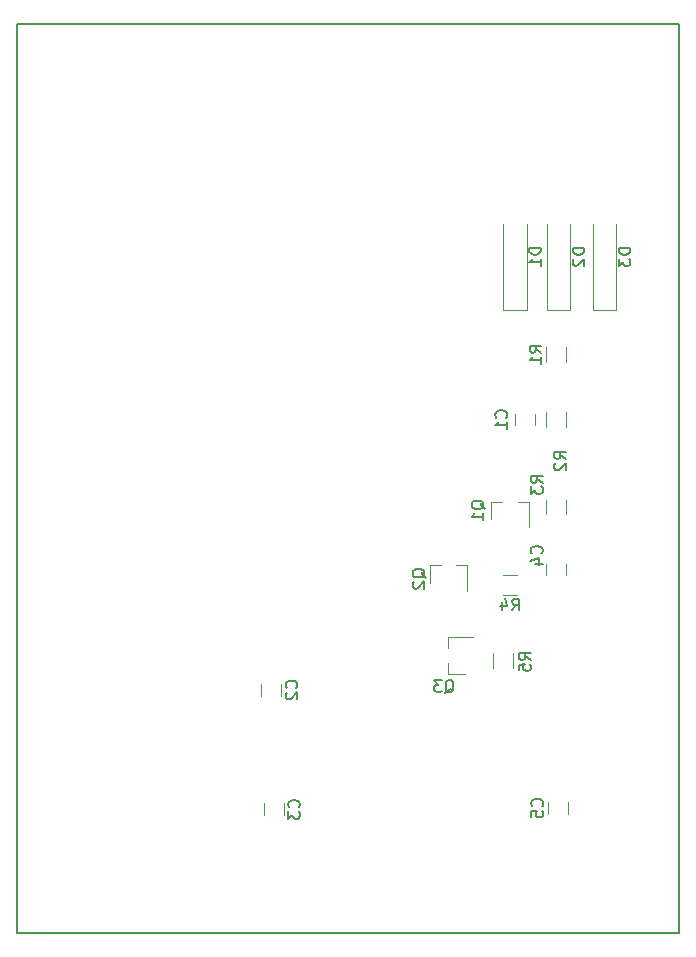
<source format=gbr>
%TF.GenerationSoftware,KiCad,Pcbnew,(5.1.9)-1*%
%TF.CreationDate,2021-12-22T12:25:31+01:00*%
%TF.ProjectId,led_unterm_bett,6c65645f-756e-4746-9572-6d5f62657474,v1r1*%
%TF.SameCoordinates,Original*%
%TF.FileFunction,Legend,Bot*%
%TF.FilePolarity,Positive*%
%FSLAX46Y46*%
G04 Gerber Fmt 4.6, Leading zero omitted, Abs format (unit mm)*
G04 Created by KiCad (PCBNEW (5.1.9)-1) date 2021-12-22 12:25:31*
%MOMM*%
%LPD*%
G01*
G04 APERTURE LIST*
%TA.AperFunction,Profile*%
%ADD10C,0.150000*%
%TD*%
%ADD11C,0.120000*%
%ADD12C,0.150000*%
G04 APERTURE END LIST*
D10*
X173000000Y-136000000D02*
X117000000Y-136000000D01*
X173000000Y-59000000D02*
X173000000Y-136000000D01*
X117000000Y-59000000D02*
X173000000Y-59000000D01*
X117000000Y-136000000D02*
X117000000Y-59000000D01*
D11*
%TO.C,D3*%
X165700000Y-83250000D02*
X165700000Y-75950000D01*
X167700000Y-83250000D02*
X165700000Y-83250000D01*
X167700000Y-75950000D02*
X167700000Y-83250000D01*
%TO.C,D2*%
X161800000Y-83250000D02*
X161800000Y-75950000D01*
X163800000Y-83250000D02*
X161800000Y-83250000D01*
X163800000Y-75950000D02*
X163800000Y-83250000D01*
%TO.C,D1*%
X158100000Y-83250000D02*
X158100000Y-75950000D01*
X160100000Y-83250000D02*
X158100000Y-83250000D01*
X160100000Y-75950000D02*
X160100000Y-83250000D01*
%TO.C,C1*%
X159150000Y-93000000D02*
X159150000Y-92000000D01*
X160850000Y-92000000D02*
X160850000Y-93000000D01*
%TO.C,C2*%
X137650000Y-115900000D02*
X137650000Y-114900000D01*
X139350000Y-114900000D02*
X139350000Y-115900000D01*
%TO.C,C3*%
X137850000Y-126000000D02*
X137850000Y-125000000D01*
X139550000Y-125000000D02*
X139550000Y-126000000D01*
%TO.C,C4*%
X161750000Y-105700000D02*
X161750000Y-104700000D01*
X163450000Y-104700000D02*
X163450000Y-105700000D01*
%TO.C,C5*%
X163650000Y-124900000D02*
X163650000Y-125900000D01*
X161950000Y-125900000D02*
X161950000Y-124900000D01*
%TO.C,Q1*%
X157120000Y-99440000D02*
X157120000Y-100900000D01*
X160280000Y-99440000D02*
X160280000Y-101600000D01*
X160280000Y-99440000D02*
X159350000Y-99440000D01*
X157120000Y-99440000D02*
X158050000Y-99440000D01*
%TO.C,Q2*%
X151920000Y-104840000D02*
X151920000Y-106300000D01*
X155080000Y-104840000D02*
X155080000Y-107000000D01*
X155080000Y-104840000D02*
X154150000Y-104840000D01*
X151920000Y-104840000D02*
X152850000Y-104840000D01*
%TO.C,Q3*%
X153440000Y-114080000D02*
X154900000Y-114080000D01*
X153440000Y-110920000D02*
X155600000Y-110920000D01*
X153440000Y-110920000D02*
X153440000Y-111850000D01*
X153440000Y-114080000D02*
X153440000Y-113150000D01*
%TO.C,R1*%
X161720000Y-86400000D02*
X161720000Y-87600000D01*
X163480000Y-87600000D02*
X163480000Y-86400000D01*
%TO.C,R2*%
X161720000Y-91900000D02*
X161720000Y-93100000D01*
X163480000Y-93100000D02*
X163480000Y-91900000D01*
%TO.C,R3*%
X163480000Y-100500000D02*
X163480000Y-99300000D01*
X161720000Y-99300000D02*
X161720000Y-100500000D01*
%TO.C,R4*%
X158100000Y-107380000D02*
X159300000Y-107380000D01*
X159300000Y-105620000D02*
X158100000Y-105620000D01*
%TO.C,R5*%
X157220000Y-112300000D02*
X157220000Y-113500000D01*
X158980000Y-113500000D02*
X158980000Y-112300000D01*
%TD*%
%TO.C,D3*%
D12*
X168902380Y-77961904D02*
X167902380Y-77961904D01*
X167902380Y-78200000D01*
X167950000Y-78342857D01*
X168045238Y-78438095D01*
X168140476Y-78485714D01*
X168330952Y-78533333D01*
X168473809Y-78533333D01*
X168664285Y-78485714D01*
X168759523Y-78438095D01*
X168854761Y-78342857D01*
X168902380Y-78200000D01*
X168902380Y-77961904D01*
X167902380Y-78866666D02*
X167902380Y-79485714D01*
X168283333Y-79152380D01*
X168283333Y-79295238D01*
X168330952Y-79390476D01*
X168378571Y-79438095D01*
X168473809Y-79485714D01*
X168711904Y-79485714D01*
X168807142Y-79438095D01*
X168854761Y-79390476D01*
X168902380Y-79295238D01*
X168902380Y-79009523D01*
X168854761Y-78914285D01*
X168807142Y-78866666D01*
%TO.C,D2*%
X165002380Y-77961904D02*
X164002380Y-77961904D01*
X164002380Y-78200000D01*
X164050000Y-78342857D01*
X164145238Y-78438095D01*
X164240476Y-78485714D01*
X164430952Y-78533333D01*
X164573809Y-78533333D01*
X164764285Y-78485714D01*
X164859523Y-78438095D01*
X164954761Y-78342857D01*
X165002380Y-78200000D01*
X165002380Y-77961904D01*
X164097619Y-78914285D02*
X164050000Y-78961904D01*
X164002380Y-79057142D01*
X164002380Y-79295238D01*
X164050000Y-79390476D01*
X164097619Y-79438095D01*
X164192857Y-79485714D01*
X164288095Y-79485714D01*
X164430952Y-79438095D01*
X165002380Y-78866666D01*
X165002380Y-79485714D01*
%TO.C,D1*%
X161302380Y-77961904D02*
X160302380Y-77961904D01*
X160302380Y-78200000D01*
X160350000Y-78342857D01*
X160445238Y-78438095D01*
X160540476Y-78485714D01*
X160730952Y-78533333D01*
X160873809Y-78533333D01*
X161064285Y-78485714D01*
X161159523Y-78438095D01*
X161254761Y-78342857D01*
X161302380Y-78200000D01*
X161302380Y-77961904D01*
X161302380Y-79485714D02*
X161302380Y-78914285D01*
X161302380Y-79200000D02*
X160302380Y-79200000D01*
X160445238Y-79104761D01*
X160540476Y-79009523D01*
X160588095Y-78914285D01*
%TO.C,C1*%
X158357142Y-92333333D02*
X158404761Y-92285714D01*
X158452380Y-92142857D01*
X158452380Y-92047619D01*
X158404761Y-91904761D01*
X158309523Y-91809523D01*
X158214285Y-91761904D01*
X158023809Y-91714285D01*
X157880952Y-91714285D01*
X157690476Y-91761904D01*
X157595238Y-91809523D01*
X157500000Y-91904761D01*
X157452380Y-92047619D01*
X157452380Y-92142857D01*
X157500000Y-92285714D01*
X157547619Y-92333333D01*
X158452380Y-93285714D02*
X158452380Y-92714285D01*
X158452380Y-93000000D02*
X157452380Y-93000000D01*
X157595238Y-92904761D01*
X157690476Y-92809523D01*
X157738095Y-92714285D01*
%TO.C,C2*%
X140607142Y-115233333D02*
X140654761Y-115185714D01*
X140702380Y-115042857D01*
X140702380Y-114947619D01*
X140654761Y-114804761D01*
X140559523Y-114709523D01*
X140464285Y-114661904D01*
X140273809Y-114614285D01*
X140130952Y-114614285D01*
X139940476Y-114661904D01*
X139845238Y-114709523D01*
X139750000Y-114804761D01*
X139702380Y-114947619D01*
X139702380Y-115042857D01*
X139750000Y-115185714D01*
X139797619Y-115233333D01*
X139797619Y-115614285D02*
X139750000Y-115661904D01*
X139702380Y-115757142D01*
X139702380Y-115995238D01*
X139750000Y-116090476D01*
X139797619Y-116138095D01*
X139892857Y-116185714D01*
X139988095Y-116185714D01*
X140130952Y-116138095D01*
X140702380Y-115566666D01*
X140702380Y-116185714D01*
%TO.C,C3*%
X140807142Y-125333333D02*
X140854761Y-125285714D01*
X140902380Y-125142857D01*
X140902380Y-125047619D01*
X140854761Y-124904761D01*
X140759523Y-124809523D01*
X140664285Y-124761904D01*
X140473809Y-124714285D01*
X140330952Y-124714285D01*
X140140476Y-124761904D01*
X140045238Y-124809523D01*
X139950000Y-124904761D01*
X139902380Y-125047619D01*
X139902380Y-125142857D01*
X139950000Y-125285714D01*
X139997619Y-125333333D01*
X139902380Y-125666666D02*
X139902380Y-126285714D01*
X140283333Y-125952380D01*
X140283333Y-126095238D01*
X140330952Y-126190476D01*
X140378571Y-126238095D01*
X140473809Y-126285714D01*
X140711904Y-126285714D01*
X140807142Y-126238095D01*
X140854761Y-126190476D01*
X140902380Y-126095238D01*
X140902380Y-125809523D01*
X140854761Y-125714285D01*
X140807142Y-125666666D01*
%TO.C,C4*%
X161357142Y-103833333D02*
X161404761Y-103785714D01*
X161452380Y-103642857D01*
X161452380Y-103547619D01*
X161404761Y-103404761D01*
X161309523Y-103309523D01*
X161214285Y-103261904D01*
X161023809Y-103214285D01*
X160880952Y-103214285D01*
X160690476Y-103261904D01*
X160595238Y-103309523D01*
X160500000Y-103404761D01*
X160452380Y-103547619D01*
X160452380Y-103642857D01*
X160500000Y-103785714D01*
X160547619Y-103833333D01*
X160785714Y-104690476D02*
X161452380Y-104690476D01*
X160404761Y-104452380D02*
X161119047Y-104214285D01*
X161119047Y-104833333D01*
%TO.C,C5*%
X161407142Y-125233333D02*
X161454761Y-125185714D01*
X161502380Y-125042857D01*
X161502380Y-124947619D01*
X161454761Y-124804761D01*
X161359523Y-124709523D01*
X161264285Y-124661904D01*
X161073809Y-124614285D01*
X160930952Y-124614285D01*
X160740476Y-124661904D01*
X160645238Y-124709523D01*
X160550000Y-124804761D01*
X160502380Y-124947619D01*
X160502380Y-125042857D01*
X160550000Y-125185714D01*
X160597619Y-125233333D01*
X160502380Y-126138095D02*
X160502380Y-125661904D01*
X160978571Y-125614285D01*
X160930952Y-125661904D01*
X160883333Y-125757142D01*
X160883333Y-125995238D01*
X160930952Y-126090476D01*
X160978571Y-126138095D01*
X161073809Y-126185714D01*
X161311904Y-126185714D01*
X161407142Y-126138095D01*
X161454761Y-126090476D01*
X161502380Y-125995238D01*
X161502380Y-125757142D01*
X161454761Y-125661904D01*
X161407142Y-125614285D01*
%TO.C,Q1*%
X156547619Y-100104761D02*
X156500000Y-100009523D01*
X156404761Y-99914285D01*
X156261904Y-99771428D01*
X156214285Y-99676190D01*
X156214285Y-99580952D01*
X156452380Y-99628571D02*
X156404761Y-99533333D01*
X156309523Y-99438095D01*
X156119047Y-99390476D01*
X155785714Y-99390476D01*
X155595238Y-99438095D01*
X155500000Y-99533333D01*
X155452380Y-99628571D01*
X155452380Y-99819047D01*
X155500000Y-99914285D01*
X155595238Y-100009523D01*
X155785714Y-100057142D01*
X156119047Y-100057142D01*
X156309523Y-100009523D01*
X156404761Y-99914285D01*
X156452380Y-99819047D01*
X156452380Y-99628571D01*
X156452380Y-101009523D02*
X156452380Y-100438095D01*
X156452380Y-100723809D02*
X155452380Y-100723809D01*
X155595238Y-100628571D01*
X155690476Y-100533333D01*
X155738095Y-100438095D01*
%TO.C,Q2*%
X151547619Y-105904761D02*
X151500000Y-105809523D01*
X151404761Y-105714285D01*
X151261904Y-105571428D01*
X151214285Y-105476190D01*
X151214285Y-105380952D01*
X151452380Y-105428571D02*
X151404761Y-105333333D01*
X151309523Y-105238095D01*
X151119047Y-105190476D01*
X150785714Y-105190476D01*
X150595238Y-105238095D01*
X150500000Y-105333333D01*
X150452380Y-105428571D01*
X150452380Y-105619047D01*
X150500000Y-105714285D01*
X150595238Y-105809523D01*
X150785714Y-105857142D01*
X151119047Y-105857142D01*
X151309523Y-105809523D01*
X151404761Y-105714285D01*
X151452380Y-105619047D01*
X151452380Y-105428571D01*
X150547619Y-106238095D02*
X150500000Y-106285714D01*
X150452380Y-106380952D01*
X150452380Y-106619047D01*
X150500000Y-106714285D01*
X150547619Y-106761904D01*
X150642857Y-106809523D01*
X150738095Y-106809523D01*
X150880952Y-106761904D01*
X151452380Y-106190476D01*
X151452380Y-106809523D01*
%TO.C,Q3*%
X153195238Y-115647619D02*
X153290476Y-115600000D01*
X153385714Y-115504761D01*
X153528571Y-115361904D01*
X153623809Y-115314285D01*
X153719047Y-115314285D01*
X153671428Y-115552380D02*
X153766666Y-115504761D01*
X153861904Y-115409523D01*
X153909523Y-115219047D01*
X153909523Y-114885714D01*
X153861904Y-114695238D01*
X153766666Y-114600000D01*
X153671428Y-114552380D01*
X153480952Y-114552380D01*
X153385714Y-114600000D01*
X153290476Y-114695238D01*
X153242857Y-114885714D01*
X153242857Y-115219047D01*
X153290476Y-115409523D01*
X153385714Y-115504761D01*
X153480952Y-115552380D01*
X153671428Y-115552380D01*
X152909523Y-114552380D02*
X152290476Y-114552380D01*
X152623809Y-114933333D01*
X152480952Y-114933333D01*
X152385714Y-114980952D01*
X152338095Y-115028571D01*
X152290476Y-115123809D01*
X152290476Y-115361904D01*
X152338095Y-115457142D01*
X152385714Y-115504761D01*
X152480952Y-115552380D01*
X152766666Y-115552380D01*
X152861904Y-115504761D01*
X152909523Y-115457142D01*
%TO.C,R1*%
X161352380Y-86833333D02*
X160876190Y-86500000D01*
X161352380Y-86261904D02*
X160352380Y-86261904D01*
X160352380Y-86642857D01*
X160400000Y-86738095D01*
X160447619Y-86785714D01*
X160542857Y-86833333D01*
X160685714Y-86833333D01*
X160780952Y-86785714D01*
X160828571Y-86738095D01*
X160876190Y-86642857D01*
X160876190Y-86261904D01*
X161352380Y-87785714D02*
X161352380Y-87214285D01*
X161352380Y-87500000D02*
X160352380Y-87500000D01*
X160495238Y-87404761D01*
X160590476Y-87309523D01*
X160638095Y-87214285D01*
%TO.C,R2*%
X163452380Y-95833333D02*
X162976190Y-95500000D01*
X163452380Y-95261904D02*
X162452380Y-95261904D01*
X162452380Y-95642857D01*
X162500000Y-95738095D01*
X162547619Y-95785714D01*
X162642857Y-95833333D01*
X162785714Y-95833333D01*
X162880952Y-95785714D01*
X162928571Y-95738095D01*
X162976190Y-95642857D01*
X162976190Y-95261904D01*
X162547619Y-96214285D02*
X162500000Y-96261904D01*
X162452380Y-96357142D01*
X162452380Y-96595238D01*
X162500000Y-96690476D01*
X162547619Y-96738095D01*
X162642857Y-96785714D01*
X162738095Y-96785714D01*
X162880952Y-96738095D01*
X163452380Y-96166666D01*
X163452380Y-96785714D01*
%TO.C,R3*%
X161452380Y-97833333D02*
X160976190Y-97500000D01*
X161452380Y-97261904D02*
X160452380Y-97261904D01*
X160452380Y-97642857D01*
X160500000Y-97738095D01*
X160547619Y-97785714D01*
X160642857Y-97833333D01*
X160785714Y-97833333D01*
X160880952Y-97785714D01*
X160928571Y-97738095D01*
X160976190Y-97642857D01*
X160976190Y-97261904D01*
X160452380Y-98166666D02*
X160452380Y-98785714D01*
X160833333Y-98452380D01*
X160833333Y-98595238D01*
X160880952Y-98690476D01*
X160928571Y-98738095D01*
X161023809Y-98785714D01*
X161261904Y-98785714D01*
X161357142Y-98738095D01*
X161404761Y-98690476D01*
X161452380Y-98595238D01*
X161452380Y-98309523D01*
X161404761Y-98214285D01*
X161357142Y-98166666D01*
%TO.C,R4*%
X158866666Y-108652380D02*
X159200000Y-108176190D01*
X159438095Y-108652380D02*
X159438095Y-107652380D01*
X159057142Y-107652380D01*
X158961904Y-107700000D01*
X158914285Y-107747619D01*
X158866666Y-107842857D01*
X158866666Y-107985714D01*
X158914285Y-108080952D01*
X158961904Y-108128571D01*
X159057142Y-108176190D01*
X159438095Y-108176190D01*
X158009523Y-107985714D02*
X158009523Y-108652380D01*
X158247619Y-107604761D02*
X158485714Y-108319047D01*
X157866666Y-108319047D01*
%TO.C,R5*%
X160452380Y-112833333D02*
X159976190Y-112500000D01*
X160452380Y-112261904D02*
X159452380Y-112261904D01*
X159452380Y-112642857D01*
X159500000Y-112738095D01*
X159547619Y-112785714D01*
X159642857Y-112833333D01*
X159785714Y-112833333D01*
X159880952Y-112785714D01*
X159928571Y-112738095D01*
X159976190Y-112642857D01*
X159976190Y-112261904D01*
X159452380Y-113738095D02*
X159452380Y-113261904D01*
X159928571Y-113214285D01*
X159880952Y-113261904D01*
X159833333Y-113357142D01*
X159833333Y-113595238D01*
X159880952Y-113690476D01*
X159928571Y-113738095D01*
X160023809Y-113785714D01*
X160261904Y-113785714D01*
X160357142Y-113738095D01*
X160404761Y-113690476D01*
X160452380Y-113595238D01*
X160452380Y-113357142D01*
X160404761Y-113261904D01*
X160357142Y-113214285D01*
%TD*%
M02*

</source>
